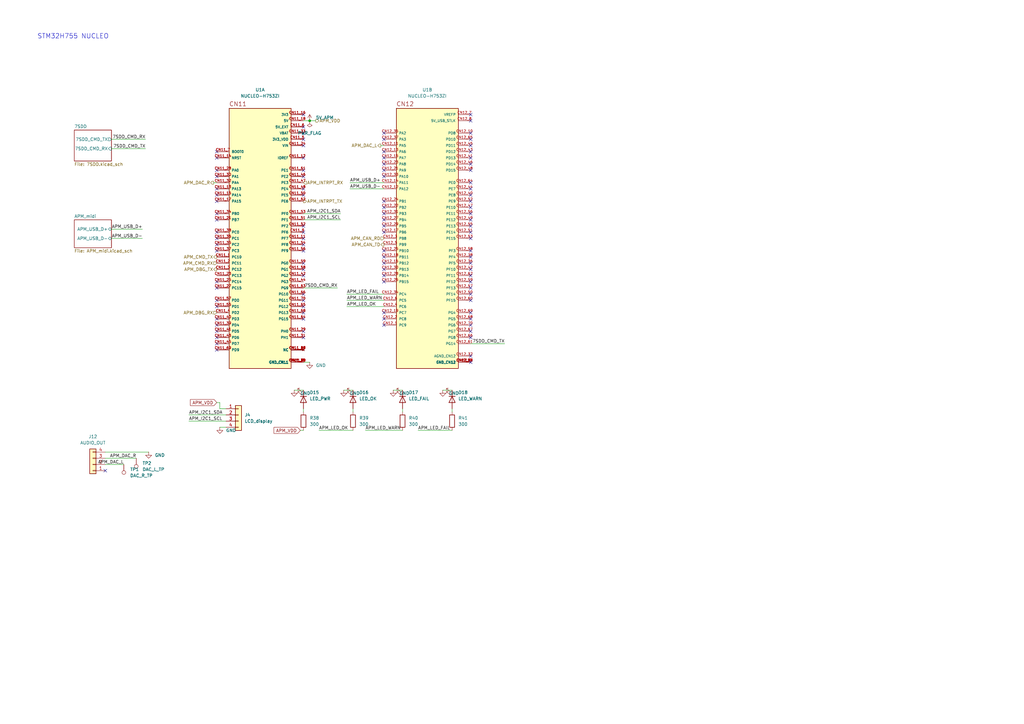
<source format=kicad_sch>
(kicad_sch (version 20250114) (generator "eeschema") (generator_version "9.0")
  (paper "A3")
  (title_block (date "2025-07-21") (rev "2"))
  (lib_symbols
    (symbol "Connector:TestPoint" (pin_numbers (hide yes)) (pin_names (offset 0.762) (hide yes))
      (property "Reference" "TP" (at 0 6.858 0))
      (property "Value" "TestPoint" (at 0 5.08 0))
      (symbol "TestPoint_0_1"
        (circle (center 0 3.302) (radius 0.762))
      )
      (symbol "TestPoint_1_1"
        (pin passive line (at 0 0 90) (length 2.54) (name "1") (number "1"))
      )
    )
    (symbol "Connector_Generic:Conn_01x04" (pin_names (offset 1.016) (hide yes))
      (property "Reference" "J" (at 0 5.08 0))
      (property "Value" "Conn_01x04" (at 0 -7.62 0))
      (symbol "Conn_01x04_1_1"
        (rectangle (start -1.27 3.81) (end 1.27 -6.35) (stroke (width 0.254)) (fill (type background)))
        (rectangle (start -1.27 2.667) (end 0 2.413) (stroke (width 0.1524)))
        (rectangle (start -1.27 0.127) (end 0 -0.127) (stroke (width 0.1524)))
        (rectangle (start -1.27 -2.413) (end 0 -2.667) (stroke (width 0.1524)))
        (rectangle (start -1.27 -4.953) (end 0 -5.207) (stroke (width 0.1524)))
        (pin passive line (at -5.08 2.54 0) (length 3.81) (name "Pin_1") (number "1"))
        (pin passive line (at -5.08 0 0) (length 3.81) (name "Pin_2") (number "2"))
        (pin passive line (at -5.08 -2.54 0) (length 3.81) (name "Pin_3") (number "3"))
        (pin passive line (at -5.08 -5.08 0) (length 3.81) (name "Pin_4") (number "4"))
      )
    )
    (symbol "Device:LED" (pin_numbers (hide yes)) (pin_names (offset 1.016) (hide yes))
      (property "Reference" "D" (at 0 2.54 0))
      (property "Value" "LED" (at 0 -2.54 0))
      (symbol "LED_0_1"
        (polyline (pts (xy -3.048 -0.762) (xy -4.572 -2.286) (xy -3.81 -2.286) (xy -4.572 -2.286) (xy -4.572 -1.524)))
        (polyline (pts (xy -1.778 -0.762) (xy -3.302 -2.286) (xy -2.54 -2.286) (xy -3.302 -2.286) (xy -3.302 -1.524)))
        (polyline (pts (xy -1.27 0) (xy 1.27 0)))
        (polyline (pts (xy -1.27 -1.27) (xy -1.27 1.27)) (stroke (width 0.254)))
        (polyline (pts (xy 1.27 -1.27) (xy 1.27 1.27) (xy -1.27 0) (xy 1.27 -1.27)) (stroke (width 0.254)))
      )
      (symbol "LED_1_1"
        (pin passive line (at -3.81 0 0) (length 2.54) (name "K") (number "1"))
        (pin passive line (at 3.81 0 180) (length 2.54) (name "A") (number "2"))
      )
    )
    (symbol "Device:R" (pin_numbers (hide yes)) (pin_names (offset 0))
      (property "Reference" "R" (at 2.032 0 90))
      (property "Value" "R" (at 0 0 90))
      (symbol "R_0_1"
        (rectangle (start -1.016 -2.54) (end 1.016 2.54) (stroke (width 0.254)))
      )
      (symbol "R_1_1"
        (pin passive line (at 0 3.81 270) (length 1.27) (name "~") (number "1"))
        (pin passive line (at 0 -3.81 90) (length 1.27) (name "~") (number "2"))
      )
    )
    (symbol "NUCLEO-H753ZI:NUCLEO-H753ZI" (pin_names (offset 1.016))
      (property "Reference" "U" (at -12.7 57.15 0))
      (property "Value" "NUCLEO-H753ZI" (at -12.7 -54.61 0))
      (symbol "NUCLEO-H753ZI_1_0"
        (rectangle (start -12.7 -53.34) (end 12.7 53.34) (stroke (width 0.254)) (fill (type background)))
        (text "CN11" (at -12.7 54.102 0) (effects (font (size 1.778 1.778)) (justify left bottom)))
        (pin input line (at -17.78 35.56 0) (length 5.08) (name "BOOT0") (number "CN11_7"))
        (pin input line (at -17.78 33.02 0) (length 5.08) (name "NRST") (number "CN11_14"))
        (pin bidirectional line (at -17.78 27.94 0) (length 5.08) (name "PA0") (number "CN11_28"))
        (pin bidirectional line (at -17.78 25.4 0) (length 5.08) (name "PA1") (number "CN11_30"))
        (pin bidirectional line (at -17.78 22.86 0) (length 5.08) (name "PA4") (number "CN11_32"))
        (pin bidirectional line (at -17.78 20.32 0) (length 5.08) (name "PA13") (number "CN11_13"))
        (pin bidirectional line (at -17.78 17.78 0) (length 5.08) (name "PA14") (number "CN11_15"))
        (pin bidirectional line (at -17.78 15.24 0) (length 5.08) (name "PA15") (number "CN11_17"))
        (pin bidirectional line (at -17.78 10.16 0) (length 5.08) (name "PB0") (number "CN11_34"))
        (pin bidirectional line (at -17.78 7.62 0) (length 5.08) (name "PB7") (number "CN11_21"))
        (pin bidirectional line (at -17.78 2.54 0) (length 5.08) (name "PC0") (number "CN11_38"))
        (pin bidirectional line (at -17.78 0 0) (length 5.08) (name "PC1") (number "CN11_36"))
        (pin bidirectional line (at -17.78 -2.54 0) (length 5.08) (name "PC2") (number "CN11_35"))
        (pin bidirectional line (at -17.78 -5.08 0) (length 5.08) (name "PC3") (number "CN11_37"))
        (pin bidirectional line (at -17.78 -7.62 0) (length 5.08) (name "PC10") (number "CN11_1"))
        (pin bidirectional line (at -17.78 -10.16 0) (length 5.08) (name "PC11") (number "CN11_2"))
        (pin bidirectional line (at -17.78 -12.7 0) (length 5.08) (name "PC12") (number "CN11_3"))
        (pin bidirectional line (at -17.78 -15.24 0) (length 5.08) (name "PC13") (number "CN11_23"))
        (pin bidirectional line (at -17.78 -17.78 0) (length 5.08) (name "PC14") (number "CN11_25"))
        (pin bidirectional line (at -17.78 -20.32 0) (length 5.08) (name "PC15") (number "CN11_27"))
        (pin bidirectional line (at -17.78 -25.4 0) (length 5.08) (name "PD0") (number "CN11_57"))
        (pin bidirectional line (at -17.78 -27.94 0) (length 5.08) (name "PD1") (number "CN11_55"))
        (pin bidirectional line (at -17.78 -30.48 0) (length 5.08) (name "PD2") (number "CN11_4"))
        (pin bidirectional line (at -17.78 -33.02 0) (length 5.08) (name "PD3") (number "CN11_40"))
        (pin bidirectional line (at -17.78 -35.56 0) (length 5.08) (name "PD4") (number "CN11_39"))
        (pin bidirectional line (at -17.78 -38.1 0) (length 5.08) (name "PD5") (number "CN11_41"))
        (pin bidirectional line (at -17.78 -40.64 0) (length 5.08) (name "PD6") (number "CN11_43"))
        (pin bidirectional line (at -17.78 -43.18 0) (length 5.08) (name "PD7") (number "CN11_45"))
        (pin bidirectional line (at -17.78 -45.72 0) (length 5.08) (name "PD9") (number "CN11_69"))
        (pin power_in line (at 17.78 50.8 180) (length 5.08) (name "3V3") (number "CN11_16"))
        (pin power_in line (at 17.78 48.26 180) (length 5.08) (name "5V") (number "CN11_18"))
        (pin power_in line (at 17.78 45.72 180) (length 5.08) (name "5V_EXT") (number "CN11_6"))
        (pin power_in line (at 17.78 43.18 180) (length 5.08) (name "VBAT") (number "CN11_33"))
        (pin power_in line (at 17.78 40.64 180) (length 5.08) (name "3V3_VDD") (number "CN11_5"))
        (pin power_in line (at 17.78 38.1 180) (length 5.08) (name "VIN") (number "CN11_24"))
        (pin bidirectional line (at 17.78 33.02 180) (length 5.08) (name "IOREF") (number "CN11_12"))
        (pin bidirectional line (at 17.78 27.94 180) (length 5.08) (name "PE1") (number "CN11_61"))
        (pin bidirectional line (at 17.78 25.4 180) (length 5.08) (name "PE2") (number "CN11_46"))
        (pin bidirectional line (at 17.78 22.86 180) (length 5.08) (name "PE3") (number "CN11_47"))
        (pin bidirectional line (at 17.78 20.32 180) (length 5.08) (name "PE4") (number "CN11_48"))
        (pin bidirectional line (at 17.78 17.78 180) (length 5.08) (name "PE5") (number "CN11_50"))
        (pin bidirectional line (at 17.78 15.24 180) (length 5.08) (name "PE6") (number "CN11_62"))
        (pin bidirectional line (at 17.78 10.16 180) (length 5.08) (name "PF0") (number "CN11_53"))
        (pin bidirectional line (at 17.78 7.62 180) (length 5.08) (name "PF1") (number "CN11_51"))
        (pin bidirectional line (at 17.78 5.08 180) (length 5.08) (name "PF2") (number "CN11_52"))
        (pin bidirectional line (at 17.78 2.54 180) (length 5.08) (name "PF6") (number "CN11_9"))
        (pin bidirectional line (at 17.78 0 180) (length 5.08) (name "PF7") (number "CN11_11"))
        (pin bidirectional line (at 17.78 -2.54 180) (length 5.08) (name "PF8") (number "CN11_54"))
        (pin bidirectional line (at 17.78 -5.08 180) (length 5.08) (name "PF9") (number "CN11_56"))
        (pin bidirectional line (at 17.78 -10.16 180) (length 5.08) (name "PG0") (number "CN11_59"))
        (pin bidirectional line (at 17.78 -12.7 180) (length 5.08) (name "PG1") (number "CN11_58"))
        (pin bidirectional line (at 17.78 -15.24 180) (length 5.08) (name "PG2") (number "CN11_42"))
        (pin bidirectional line (at 17.78 -17.78 180) (length 5.08) (name "PG3") (number "CN11_44"))
        (pin bidirectional line (at 17.78 -20.32 180) (length 5.08) (name "PG9") (number "CN11_63"))
        (pin bidirectional line (at 17.78 -22.86 180) (length 5.08) (name "PG10") (number "CN11_66"))
        (pin bidirectional line (at 17.78 -25.4 180) (length 5.08) (name "PG11") (number "CN11_70"))
        (pin bidirectional line (at 17.78 -27.94 180) (length 5.08) (name "PG12") (number "CN11_65"))
        (pin bidirectional line (at 17.78 -30.48 180) (length 5.08) (name "PG13") (number "CN11_68"))
        (pin bidirectional line (at 17.78 -33.02 180) (length 5.08) (name "PG15") (number "CN11_64"))
        (pin bidirectional line (at 17.78 -38.1 180) (length 5.08) (name "PH0") (number "CN11_29"))
        (pin bidirectional line (at 17.78 -40.64 180) (length 5.08) (name "PH1") (number "CN11_31"))
        (pin no_connect line (at 17.78 -45.72 180) (length 5.08) (name "NC") (number "CN11_10"))
        (pin no_connect line (at 17.78 -45.72 180) (length 5.08) (name "NC") (number "CN11_26"))
        (pin no_connect line (at 17.78 -45.72 180) (length 5.08) (name "NC") (number "CN11_67"))
        (pin power_in line (at 17.78 -50.8 180) (length 5.08) (name "GND_CN11") (number "CN11_19"))
        (pin power_in line (at 17.78 -50.8 180) (length 5.08) (name "GND_CN11") (number "CN11_20"))
        (pin power_in line (at 17.78 -50.8 180) (length 5.08) (name "GND_CN11") (number "CN11_22"))
        (pin power_in line (at 17.78 -50.8 180) (length 5.08) (name "GND_CN11") (number "CN11_49"))
        (pin power_in line (at 17.78 -50.8 180) (length 5.08) (name "GND_CN11") (number "CN11_60"))
        (pin power_in line (at 17.78 -50.8 180) (length 5.08) (name "GND_CN11") (number "CN11_71"))
        (pin power_in line (at 17.78 -50.8 180) (length 5.08) (name "GND_CN11") (number "CN11_72"))
        (pin power_in line (at 17.78 -50.8 180) (length 5.08) (name "GND_CN11") (number "CN11_8"))
      )
      (symbol "NUCLEO-H753ZI_2_0"
        (rectangle (start -12.7 -53.34) (end 12.7 53.34) (stroke (width 0.254)) (fill (type background)))
        (text "CN12" (at -12.7 54.102 0) (effects (font (size 1.778 1.778)) (justify left bottom)))
        (pin bidirectional line (at -17.78 43.18 0) (length 5.08) (name "PA2") (number "CN12_35"))
        (pin bidirectional line (at -17.78 40.64 0) (length 5.08) (name "PA3") (number "CN12_37"))
        (pin bidirectional line (at -17.78 38.1 0) (length 5.08) (name "PA5") (number "CN12_11"))
        (pin bidirectional line (at -17.78 35.56 0) (length 5.08) (name "PA6") (number "CN12_13"))
        (pin bidirectional line (at -17.78 33.02 0) (length 5.08) (name "PA7") (number "CN12_15"))
        (pin bidirectional line (at -17.78 30.48 0) (length 5.08) (name "PA8") (number "CN12_23"))
        (pin bidirectional line (at -17.78 27.94 0) (length 5.08) (name "PA9") (number "CN12_21"))
        (pin bidirectional line (at -17.78 25.4 0) (length 5.08) (name "PA10") (number "CN12_33"))
        (pin bidirectional line (at -17.78 22.86 0) (length 5.08) (name "PA11") (number "CN12_14"))
        (pin bidirectional line (at -17.78 20.32 0) (length 5.08) (name "PA12") (number "CN12_12"))
        (pin bidirectional line (at -17.78 15.24 0) (length 5.08) (name "PB1") (number "CN12_24"))
        (pin bidirectional line (at -17.78 12.7 0) (length 5.08) (name "PB2") (number "CN12_22"))
        (pin bidirectional line (at -17.78 10.16 0) (length 5.08) (name "PB3") (number "CN12_31"))
        (pin bidirectional line (at -17.78 7.62 0) (length 5.08) (name "PB4") (number "CN12_27"))
        (pin bidirectional line (at -17.78 5.08 0) (length 5.08) (name "PB5") (number "CN12_29"))
        (pin bidirectional line (at -17.78 2.54 0) (length 5.08) (name "PB6") (number "CN12_17"))
        (pin bidirectional line (at -17.78 0 0) (length 5.08) (name "PB8") (number "CN12_3"))
        (pin bidirectional line (at -17.78 -2.54 0) (length 5.08) (name "PB9") (number "CN12_5"))
        (pin bidirectional line (at -17.78 -5.08 0) (length 5.08) (name "PB10") (number "CN12_25"))
        (pin bidirectional line (at -17.78 -7.62 0) (length 5.08) (name "PB11") (number "CN12_18"))
        (pin bidirectional line (at -17.78 -10.16 0) (length 5.08) (name "PB12") (number "CN12_16"))
        (pin bidirectional line (at -17.78 -12.7 0) (length 5.08) (name "PB13") (number "CN12_30"))
        (pin bidirectional line (at -17.78 -15.24 0) (length 5.08) (name "PB14") (number "CN12_28"))
        (pin bidirectional line (at -17.78 -17.78 0) (length 5.08) (name "PB15") (number "CN12_26"))
        (pin bidirectional line (at -17.78 -22.86 0) (length 5.08) (name "PC4") (number "CN12_34"))
        (pin bidirectional line (at -17.78 -25.4 0) (length 5.08) (name "PC5") (number "CN12_6"))
        (pin bidirectional line (at -17.78 -27.94 0) (length 5.08) (name "PC6") (number "CN12_4"))
        (pin bidirectional line (at -17.78 -30.48 0) (length 5.08) (name "PC7") (number "CN12_19"))
        (pin bidirectional line (at -17.78 -33.02 0) (length 5.08) (name "PC8") (number "CN12_2"))
        (pin bidirectional line (at -17.78 -35.56 0) (length 5.08) (name "PC9") (number "CN12_1"))
        (pin power_in line (at 17.78 50.8 180) (length 5.08) (name "VREFP") (number "CN12_7"))
        (pin power_in line (at 17.78 48.26 180) (length 5.08) (name "5V_USB_STLK") (number "CN12_8"))
        (pin bidirectional line (at 17.78 43.18 180) (length 5.08) (name "PD8") (number "CN12_10"))
        (pin bidirectional line (at 17.78 40.64 180) (length 5.08) (name "PD10") (number "CN12_65"))
        (pin bidirectional line (at 17.78 38.1 180) (length 5.08) (name "PD11") (number "CN12_45"))
        (pin bidirectional line (at 17.78 35.56 180) (length 5.08) (name "PD12") (number "CN12_43"))
        (pin bidirectional line (at 17.78 33.02 180) (length 5.08) (name "PD13") (number "CN12_41"))
        (pin bidirectional line (at 17.78 30.48 180) (length 5.08) (name "PD14") (number "CN12_46"))
        (pin bidirectional line (at 17.78 27.94 180) (length 5.08) (name "PD15") (number "CN12_48"))
        (pin bidirectional line (at 17.78 22.86 180) (length 5.08) (name "PE0") (number "CN12_64"))
        (pin bidirectional line (at 17.78 20.32 180) (length 5.08) (name "PE7") (number "CN12_44"))
        (pin bidirectional line (at 17.78 17.78 180) (length 5.08) (name "PE8") (number "CN12_40"))
        (pin bidirectional line (at 17.78 15.24 180) (length 5.08) (name "PE9") (number "CN12_52"))
        (pin bidirectional line (at 17.78 12.7 180) (length 5.08) (name "PE10") (number "CN12_47"))
        (pin bidirectional line (at 17.78 10.16 180) (length 5.08) (name "PE11") (number "CN12_56"))
        (pin bidirectional line (at 17.78 7.62 180) (length 5.08) (name "PE12") (number "CN12_49"))
        (pin bidirectional line (at 17.78 5.08 180) (length 5.08) (name "PE13") (number "CN12_55"))
        (pin bidirectional line (at 17.78 2.54 180) (length 5.08) (name "PE14") (number "CN12_51"))
        (pin bidirectional line (at 17.78 0 180) (length 5.08) (name "PE15") (number "CN12_53"))
        (pin bidirectional line (at 17.78 -5.08 180) (length 5.08) (name "PF3") (number "CN12_58"))
        (pin bidirectional line (at 17.78 -7.62 180) (length 5.08) (name "PF4") (number "CN12_38"))
        (pin bidirectional line (at 17.78 -10.16 180) (length 5.08) (name "PF5") (number "CN12_36"))
        (pin bidirectional line (at 17.78 -12.7 180) (length 5.08) (name "PF10") (number "CN12_42"))
        (pin bidirectional line (at 17.78 -15.24 180) (length 5.08) (name "PF11") (number "CN12_62"))
        (pin bidirectional line (at 17.78 -17.78 180) (length 5.08) (name "PF12") (number "CN12_59"))
        (pin bidirectional line (at 17.78 -20.32 180) (length 5.08) (name "PF13") (number "CN12_57"))
        (pin bidirectional line (at 17.78 -22.86 180) (length 5.08) (name "PF14") (number "CN12_50"))
        (pin bidirectional line (at 17.78 -25.4 180) (length 5.08) (name "PF15") (number "CN12_60"))
        (pin bidirectional line (at 17.78 -30.48 180) (length 5.08) (name "PG4") (number "CN12_69"))
        (pin bidirectional line (at 17.78 -33.02 180) (length 5.08) (name "PG5") (number "CN12_68"))
        (pin bidirectional line (at 17.78 -35.56 180) (length 5.08) (name "PG6") (number "CN12_70"))
        (pin bidirectional line (at 17.78 -38.1 180) (length 5.08) (name "PG7") (number "CN12_67"))
        (pin bidirectional line (at 17.78 -40.64 180) (length 5.08) (name "PG8") (number "CN12_66"))
        (pin bidirectional line (at 17.78 -43.18 180) (length 5.08) (name "PG14") (number "CN12_61"))
        (pin power_in line (at 17.78 -48.26 180) (length 5.08) (name "AGND_CN12") (number "CN12_32"))
        (pin power_in line (at 17.78 -50.8 180) (length 5.08) (name "GND_CN12") (number "CN12_20"))
        (pin power_in line (at 17.78 -50.8 180) (length 5.08) (name "GND_CN12") (number "CN12_39"))
        (pin power_in line (at 17.78 -50.8 180) (length 5.08) (name "GND_CN12") (number "CN12_54"))
        (pin power_in line (at 17.78 -50.8 180) (length 5.08) (name "GND_CN12") (number "CN12_63"))
        (pin power_in line (at 17.78 -50.8 180) (length 5.08) (name "GND_CN12") (number "CN12_71"))
        (pin power_in line (at 17.78 -50.8 180) (length 5.08) (name "GND_CN12") (number "CN12_72"))
        (pin power_in line (at 17.78 -50.8 180) (length 5.08) (name "GND_CN12") (number "CN12_9"))
      )
      (symbol "NUCLEO-H753ZI_3_0"
        (rectangle (start -27.94 -20.32) (end 27.94 20.32) (stroke (width 0.254)) (fill (type background)))
        (text "CN8" (at -27.94 21.082 0) (effects (font (size 1.778 1.778)) (justify left bottom)))
        (pin input line (at -33.02 7.62 0) (length 5.08) (name "NRST_CN8") (number "CN8_5"))
        (pin bidirectional line (at -33.02 2.54 0) (length 5.08) (name "D43/SDMMC_D0") (number "CN8_2"))
        (pin bidirectional line (at -33.02 0 0) (length 5.08) (name "D44/SDMMC_D1/I2S_A_CKIN") (number "CN8_4"))
        (pin bidirectional line (at -33.02 -2.54 0) (length 5.08) (name "D45/SDMMC_D2") (number "CN8_6"))
        (pin bidirectional line (at -33.02 -5.08 0) (length 5.08) (name "D46/SDMMC_D3") (number "CN8_8"))
        (pin bidirectional line (at -33.02 -7.62 0) (length 5.08) (name "D47/SDMMC_CK") (number "CN8_10"))
        (pin bidirectional line (at -33.02 -10.16 0) (length 5.08) (name "D48/SDMMC_CMD") (number "CN8_12"))
        (pin no_connect line (at -33.02 -15.24 0) (length 5.08) (name "NC_CN8") (number "CN8_1"))
        (pin power_in line (at 33.02 17.78 180) (length 5.08) (name "VIN_CN8") (number "CN8_15"))
        (pin power_in line (at 33.02 15.24 180) (length 5.08) (name "5V_CN8") (number "CN8_9"))
        (pin power_in line (at 33.02 12.7 180) (length 5.08) (name "3V3_CN8") (number "CN8_7"))
        (pin bidirectional line (at 33.02 7.62 180) (length 5.08) (name "IOREF_CN8") (number "CN8_3"))
        (pin bidirectional line (at 33.02 0 180) (length 5.08) (name "D50/IO") (number "CN8_16"))
        (pin bidirectional line (at 33.02 -2.54 180) (length 5.08) (name "D49/IO") (number "CN8_14"))
        (pin power_in line (at 33.02 -17.78 180) (length 5.08) (name "GND_CN8") (number "CN8_11"))
        (pin power_in line (at 33.02 -17.78 180) (length 5.08) (name "GND_CN8") (number "CN8_13"))
      )
      (symbol "NUCLEO-H753ZI_4_0"
        (rectangle (start -27.94 -25.4) (end 27.94 25.4) (stroke (width 0.254)) (fill (type background)))
        (text "CN9" (at -27.94 26.162 0) (effects (font (size 1.778 1.778)) (justify left bottom)))
        (pin input line (at -33.02 22.86 0) (length 5.08) (name "A0/ADC12_INP15") (number "CN9_1"))
        (pin input line (at -33.02 20.32 0) (length 5.08) (name "A1/ADC123_INP10") (number "CN9_3"))
        (pin input line (at -33.02 17.78 0) (length 5.08) (name "A2/ADC12_INP13") (number "CN9_5"))
        (pin input line (at -33.02 15.24 0) (length 5.08) (name "A3/ADC12_INP5") (number "CN9_7"))
        (pin input line (at -33.02 12.7 0) (length 5.08) (name "A4/ADC123_INP12/I2C1_SDA") (number "CN9_9"))
        (pin input line (at -33.02 10.16 0) (length 5.08) (name "A5/ADC3_INP6/I2C1_SCL") (number "CN9_11"))
        (pin bidirectional line (at -33.02 5.08 0) (length 5.08) (name "D51/USART_B_SCLK") (number "CN9_2"))
        (pin bidirectional line (at -33.02 2.54 0) (length 5.08) (name "D52/USART_B_RX") (number "CN9_4"))
        (pin bidirectional line (at -33.02 0 0) (length 5.08) (name "D53/USART_B_TX") (number "CN9_6"))
        (pin bidirectional line (at -33.02 -2.54 0) (length 5.08) (name "D54/USART_B_RTS") (number "CN9_8"))
        (pin bidirectional line (at -33.02 -5.08 0) (length 5.08) (name "D55/USART_B_CTS") (number "CN9_10"))
        (pin bidirectional line (at -33.02 -10.16 0) (length 5.08) (name "D56/SAI_A_MCLK") (number "CN9_14"))
        (pin bidirectional line (at -33.02 -12.7 0) (length 5.08) (name "D57/SAI_A_FS") (number "CN9_16"))
        (pin bidirectional line (at -33.02 -15.24 0) (length 5.08) (name "D58/SAI_A_SCK") (number "CN9_18"))
        (pin bidirectional line (at -33.02 -17.78 0) (length 5.08) (name "D59/SAI_A_SD") (number "CN9_20"))
        (pin bidirectional line (at 33.02 22.86 180) (length 5.08) (name "D68/I2C_B_SDA") (number "CN9_21"))
        (pin bidirectional line (at 33.02 20.32 180) (length 5.08) (name "D69/I2C_B_SCL") (number "CN9_19"))
        (pin bidirectional line (at 33.02 17.78 180) (length 5.08) (name "D70/I2C_B_SMBA") (number "CN9_17"))
        (pin output line (at 33.02 12.7 180) (length 5.08) (name "D66/CAN_TX") (number "CN9_27"))
        (pin input line (at 33.02 10.16 180) (length 5.08) (name "D67/CAN_RX") (number "CN9_25"))
        (pin bidirectional line (at 33.02 5.08 180) (length 5.08) (name "D64/IO") (number "CN9_30"))
        (pin bidirectional line (at 33.02 2.54 180) (length 5.08) (name "D65/IO") (number "CN9_29"))
        (pin bidirectional line (at 33.02 -2.54 180) (length 5.08) (name "D71/COMP2_INP") (number "CN9_15"))
        (pin bidirectional line (at 33.02 -5.08 180) (length 5.08) (name "D72/COMP1_INP") (number "CN9_13"))
        (pin bidirectional line (at 33.02 -10.16 180) (length 5.08) (name "D62/SAI_B_MCLK") (number "CN9_26"))
        (pin bidirectional line (at 33.02 -12.7 180) (length 5.08) (name "D63/SAI_B_FS") (number "CN9_28"))
        (pin bidirectional line (at 33.02 -15.24 180) (length 5.08) (name "D61/SAI_B_SCK") (number "CN9_24"))
        (pin bidirectional line (at 33.02 -17.78 180) (length 5.08) (name "D60/SAI_B_SD") (number "CN9_22"))
        (pin power_in line (at 33.02 -22.86 180) (length 5.08) (name "GND_CN9") (number "CN9_12"))
        (pin power_in line (at 33.02 -22.86 180) (length 5.08) (name "GND_CN9") (number "CN9_23"))
      )
      (symbol "NUCLEO-H753ZI_5_0"
        (rectangle (start -33.02 -20.32) (end 33.02 20.32) (stroke (width 0.254)) (fill (type background)))
        (text "CN7" (at -33.02 21.082 0) (effects (font (size 1.778 1.778)) (justify left bottom)))
        (pin bidirectional line (at -38.1 12.7 0) (length 5.08) (name "D8/IO") (number "CN7_20"))
        (pin bidirectional line (at -38.1 10.16 0) (length 5.08) (name "D9/TIMER_B_PWM2") (number "CN7_18"))
        (pin bidirectional line (at -38.1 2.54 0) (length 5.08) (name "D10/SPI_A_CS/TIM_B_PWM3") (number "CN7_16"))
        (pin bidirectional line (at -38.1 0 0) (length 5.08) (name "D11/SPI_A_MOSI/TIM_E_PWM1") (number "CN7_14"))
        (pin bidirectional line (at -38.1 -2.54 0) (length 5.08) (name "D12/SPI_A_MISO") (number "CN7_12"))
        (pin bidirectional line (at -38.1 -5.08 0) (length 5.08) (name "D13/SPI_A_SCK") (number "CN7_10"))
        (pin bidirectional line (at -38.1 -7.62 0) (length 5.08) (name "D14/I2C_A_SDA") (number "CN7_4"))
        (pin bidirectional line (at -38.1 -10.16 0) (length 5.08) (name "D15/I2C_A_SCL") (number "CN7_2"))
        (pin bidirectional line (at -38.1 -12.7 0) (length 5.08) (name "D16/I2S_A_MCK") (number "CN7_1"))
        (pin power_in line (at 38.1 17.78 180) (length 5.08) (name "VREFP_CN7") (number "CN7_6"))
        (pin bidirectional line (at 38.1 12.7 180) (length 5.08) (name "D25/SPI_B_MISO") (number "CN7_19"))
        (pin bidirectional line (at 38.1 10.16 180) (length 5.08) (name "D24/SPI_B_NSS") (number "CN7_17"))
        (pin bidirectional line (at 38.1 7.62 180) (length 5.08) (name "D23/I2S_B_CK/SPI_B_SCK") (number "CN7_15"))
        (pin bidirectional line (at 38.1 5.08 180) (length 5.08) (name "D22/I2S_B_SD/SPI_B_MOSI") (number "CN7_13"))
        (pin bidirectional line (at 38.1 0 180) (length 5.08) (name "D21/I2S_B_MCK") (number "CN7_11"))
        (pin bidirectional line (at 38.1 -2.54 180) (length 5.08) (name "D20/I2S_B_WS") (number "CN7_9"))
        (pin bidirectional line (at 38.1 -7.62 180) (length 5.08) (name "D19/I2S_A_WS") (number "CN7_7"))
        (pin bidirectional line (at 38.1 -10.16 180) (length 5.08) (name "D18/I2S_A_CK") (number "CN7_5"))
        (pin bidirectional line (at 38.1 -12.7 180) (length 5.08) (name "D17/I2S_A_SD") (number "CN7_3"))
        (pin power_in line (at 38.1 -17.78 180) (length 5.08) (name "GND_CN7") (number "CN7_8"))
      )
      (symbol "NUCLEO-H753ZI_6_0"
        (rectangle (start -27.94 -30.48) (end 27.94 30.48) (stroke (width 0.254)) (fill (type background)))
        (text "CN10" (at -27.94 31.242 0) (effects (font (size 1.778 1.778)) (justify left bottom)))
        (pin input line (at -33.02 22.86 0) (length 5.08) (name "A6/ADC_A_IN") (number "CN10_7"))
        (pin input line (at -33.02 20.32 0) (length 5.08) (name "A7/ADC_B_IN") (number "CN10_9"))
        (pin input line (at -33.02 17.78 0) (length 5.08) (name "A8/ADC_C_IN") (number "CN10_11"))
        (pin input line (at -33.02 12.7 0) (length 5.08) (name "D0/USART_A_RX") (number "CN10_16"))
        (pin output line (at -33.02 10.16 0) (length 5.08) (name "D1/USART_A_TX") (number "CN10_14"))
        (pin bidirectional line (at -33.02 5.08 0) (length 5.08) (name "D6/TIMER_A_PWM1") (number "CN10_4"))
        (pin bidirectional line (at -33.02 2.54 0) (length 5.08) (name "D5/TIMER_A_PWM2") (number "CN10_6"))
        (pin bidirectional line (at -33.02 0 0) (length 5.08) (name "D3/TIMER_A_PWM3") (number "CN10_10"))
        (pin bidirectional line (at -33.02 -5.08 0) (length 5.08) (name "D37/TIMER_A_BKIN1") (number "CN10_30"))
        (pin bidirectional line (at -33.02 -7.62 0) (length 5.08) (name "D38/TIMER_A_BKIN2") (number "CN10_28"))
        (pin bidirectional line (at -33.02 -10.16 0) (length 5.08) (name "D39/TIMER_A_PWM3N") (number "CN10_26"))
        (pin bidirectional line (at -33.02 -12.7 0) (length 5.08) (name "D40/TIMER_A_PWM2N") (number "CN10_24"))
        (pin bidirectional line (at -33.02 -15.24 0) (length 5.08) (name "D41/TIMER_A_ETR") (number "CN10_20"))
        (pin bidirectional line (at -33.02 -17.78 0) (length 5.08) (name "D42/TIMER_A_PWM1N") (number "CN10_18"))
        (pin power_in line (at 33.02 27.94 180) (length 5.08) (name "AVDD") (number "CN10_1"))
        (pin bidirectional line (at 33.02 22.86 180) (length 5.08) (name "D34/TIMER_B_ETR") (number "CN10_33"))
        (pin bidirectional line (at 33.02 17.78 180) (length 5.08) (name "D32/TIMER_C_PWM1") (number "CN10_29"))
        (pin bidirectional line (at 33.02 15.24 180) (length 5.08) (name "D36/TIMER_C_PWM2") (number "CN10_32"))
        (pin bidirectional line (at 33.02 12.7 180) (length 5.08) (name "D35/TIMER_C_PWM3") (number "CN10_34"))
        (pin bidirectional line (at 33.02 7.62 180) (length 5.08) (name "D33/TIMER_D_PWM1") (number "CN10_31"))
        (pin bidirectional line (at 33.02 2.54 180) (length 5.08) (name "D2/IO") (number "CN10_12"))
        (pin bidirectional line (at 33.02 0 180) (length 5.08) (name "D4/IO") (number "CN10_8"))
        (pin bidirectional line (at 33.02 -2.54 180) (length 5.08) (name "D7/IO") (number "CN10_2"))
        (pin bidirectional line (at 33.02 -7.62 180) (length 5.08) (name "D26/QSPI_CS") (number "CN10_13"))
        (pin bidirectional line (at 33.02 -10.16 180) (length 5.08) (name "D27/QSPI_CLK") (number "CN10_15"))
        (pin bidirectional line (at 33.02 -12.7 180) (length 5.08) (name "D30/QSPI_BK1_IO0") (number "CN10_23"))
        (pin bidirectional line (at 33.02 -15.24 180) (length 5.08) (name "D29/QSPI_BK1_IO1") (number "CN10_21"))
        (pin bidirectional line (at 33.02 -17.78 180) (length 5.08) (name "D31/QSPI_BK1_IO2") (number "CN10_25"))
        (pin bidirectional line (at 33.02 -20.32 180) (length 5.08) (name "D28/QSPI_BK1_IO3") (number "CN10_19"))
        (pin power_in line (at 33.02 -25.4 180) (length 5.08) (name "AGND_CN10") (number "CN10_3"))
        (pin power_in line (at 33.02 -27.94 180) (length 5.08) (name "GND_CN10") (number "CN10_17"))
        (pin power_in line (at 33.02 -27.94 180) (length 5.08) (name "GND_CN10") (number "CN10_22"))
        (pin power_in line (at 33.02 -27.94 180) (length 5.08) (name "GND_CN10") (number "CN10_27"))
        (pin power_in line (at 33.02 -27.94 180) (length 5.08) (name "GND_CN10") (number "CN10_5"))
      )
    )
    (symbol "power:+5V" (power) (pin_numbers (hide yes)) (pin_names (offset 0) (hide yes))
      (property "Value" "+5V" (at 0 3.556 0))
      (symbol "+5V_0_1"
        (polyline (pts (xy -0.762 1.27) (xy 0 2.54)))
        (polyline (pts (xy 0 2.54) (xy 0.762 1.27)))
        (polyline (pts (xy 0 0) (xy 0 2.54)))
      )
      (symbol "+5V_1_1"
        (pin power_in line (at 0 0 90) (length 0) (name "~") (number "1"))
      )
    )
    (symbol "power:GND" (power) (pin_numbers (hide yes)) (pin_names (offset 0) (hide yes))
      (property "Value" "GND" (at 0 -3.81 0))
      (symbol "GND_0_1"
        (polyline (pts (xy 0 0) (xy 0 -1.27) (xy 1.27 -1.27) (xy 0 -2.54) (xy -1.27 -1.27) (xy 0 -1.27)))
      )
      (symbol "GND_1_1"
        (pin power_in line (at 0 0 270) (length 0) (name "~") (number "1"))
      )
    )
    (symbol "power:PWR_FLAG" (power) (pin_numbers (hide yes)) (pin_names (offset 0) (hide yes))
      (property "Value" "PWR_FLAG" (at 0 3.81 0))
      (symbol "PWR_FLAG_0_0"
        (pin power_out line (at 0 0 90) (length 0) (name "~") (number "1"))
      )
      (symbol "PWR_FLAG_0_1"
        (polyline (pts (xy 0 0) (xy 0 1.27) (xy -1.016 1.905) (xy 0 2.54) (xy 1.016 1.905) (xy 0 1.27)))
      )
    )
  )
  (text "STM32H755 NUCLEO" (at 29.972 14.986 0) (effects (font (size 1.905 1.905))))
  (junction (at 127 49.53))
  (no_connect (at 124.46 135.89))
  (no_connect (at 88.9 62.23))
  (no_connect (at 157.48 92.71))
  (no_connect (at 157.48 64.77))
  (no_connect (at 88.9 125.73))
  (no_connect (at 193.04 85.09))
  (no_connect (at 193.04 46.99))
  (no_connect (at 193.04 146.05))
  (no_connect (at 124.46 59.69))
  (no_connect (at 193.04 110.49))
  (no_connect (at 124.46 64.77))
  (no_connect (at 88.9 133.35))
  (no_connect (at 88.9 140.97))
  (no_connect (at 193.04 87.63))
  (no_connect (at 124.46 80.01))
  (no_connect (at 157.48 128.27))
  (no_connect (at 88.9 135.89))
  (no_connect (at 124.46 125.73))
  (no_connect (at 157.48 133.35))
  (no_connect (at 124.46 138.43))
  (no_connect (at 193.04 57.15))
  (no_connect (at 124.46 57.15))
  (no_connect (at 193.04 74.93))
  (no_connect (at 193.04 107.95))
  (no_connect (at 193.04 133.35))
  (no_connect (at 193.04 138.43))
  (no_connect (at 157.48 90.17))
  (no_connect (at 124.46 102.87))
  (no_connect (at 124.46 120.65))
  (no_connect (at 88.9 87.63))
  (no_connect (at 124.46 128.27))
  (no_connect (at 157.48 82.55))
  (no_connect (at 193.04 62.23))
  (no_connect (at 193.04 95.25))
  (no_connect (at 193.04 82.55))
  (no_connect (at 88.9 69.85))
  (no_connect (at 193.04 49.53))
  (no_connect (at 193.04 54.61))
  (no_connect (at 157.48 110.49))
  (no_connect (at 193.04 123.19))
  (no_connect (at 193.04 113.03))
  (no_connect (at 193.04 59.69))
  (no_connect (at 157.48 67.31))
  (no_connect (at 157.48 69.85))
  (no_connect (at 193.04 130.81))
  (no_connect (at 124.46 113.03))
  (no_connect (at 157.48 115.57))
  (no_connect (at 193.04 120.65))
  (no_connect (at 124.46 110.49))
  (no_connect (at 88.9 118.11))
  (no_connect (at 124.46 107.95))
  (no_connect (at 124.46 100.33))
  (no_connect (at 157.48 62.23))
  (no_connect (at 124.46 52.07))
  (no_connect (at 193.04 64.77))
  (no_connect (at 157.48 87.63))
  (no_connect (at 88.9 138.43))
  (no_connect (at 88.9 77.47))
  (no_connect (at 193.04 128.27))
  (no_connect (at 193.04 102.87))
  (no_connect (at 193.04 115.57))
  (no_connect (at 88.9 100.33))
  (no_connect (at 88.9 97.79))
  (no_connect (at 157.48 85.09))
  (no_connect (at 88.9 82.55))
  (no_connect (at 193.04 148.59))
  (no_connect (at 124.46 72.39))
  (no_connect (at 124.46 46.99))
  (no_connect (at 157.48 102.87))
  (no_connect (at 88.9 72.39))
  (no_connect (at 88.9 115.57))
  (no_connect (at 88.9 130.81))
  (no_connect (at 193.04 92.71))
  (no_connect (at 124.46 92.71))
  (no_connect (at 157.48 105.41))
  (no_connect (at 193.04 97.79))
  (no_connect (at 193.04 77.47))
  (no_connect (at 157.48 72.39))
  (no_connect (at 157.48 113.03))
  (no_connect (at 193.04 118.11))
  (no_connect (at 157.48 107.95))
  (no_connect (at 88.9 64.77))
  (no_connect (at 193.04 105.41))
  (no_connect (at 124.46 123.19))
  (no_connect (at 124.46 130.81))
  (no_connect (at 124.46 54.61))
  (no_connect (at 157.48 54.61))
  (no_connect (at 88.9 123.19))
  (no_connect (at 193.04 80.01))
  (no_connect (at 124.46 69.85))
  (no_connect (at 157.48 95.25))
  (no_connect (at 193.04 67.31))
  (no_connect (at 88.9 90.17))
  (no_connect (at 193.04 135.89))
  (no_connect (at 43.18 193.04))
  (no_connect (at 124.46 95.25))
  (no_connect (at 88.9 95.25))
  (no_connect (at 88.9 80.01))
  (no_connect (at 157.48 130.81))
  (no_connect (at 124.46 77.47))
  (no_connect (at 124.46 97.79))
  (no_connect (at 193.04 69.85))
  (no_connect (at 157.48 57.15))
  (no_connect (at 193.04 90.17))
  (no_connect (at 88.9 102.87))
  (no_connect (at 88.9 143.51))
  (wire (pts (xy 45.72 97.79) (xy 58.42 97.79)))
  (wire (pts (xy 161.29 160.02) (xy 165.1 160.02)))
  (wire (pts (xy 90.17 175.26) (xy 92.71 175.26)))
  (wire (pts (xy 165.1 167.64) (xy 165.1 168.91)))
  (wire (pts (xy 90.17 165.1) (xy 90.17 167.64)))
  (wire (pts (xy 77.47 172.72) (xy 92.71 172.72)))
  (wire (pts (xy 127 49.53) (xy 129.54 49.53)))
  (wire (pts (xy 45.72 57.15) (xy 59.69 57.15)))
  (wire (pts (xy 144.78 167.64) (xy 144.78 168.91)))
  (wire (pts (xy 77.47 170.18) (xy 92.71 170.18)))
  (wire (pts (xy 139.7 87.63) (xy 124.46 87.63)))
  (wire (pts (xy 45.72 60.96) (xy 59.69 60.96)))
  (wire (pts (xy 124.46 148.59) (xy 127 148.59)))
  (wire (pts (xy 171.45 176.53) (xy 185.42 176.53)))
  (wire (pts (xy 139.7 90.17) (xy 124.46 90.17)))
  (wire (pts (xy 185.42 167.64) (xy 185.42 168.91)))
  (wire (pts (xy 149.86 176.53) (xy 165.1 176.53)))
  (wire (pts (xy 130.81 176.53) (xy 144.78 176.53)))
  (wire (pts (xy 120.65 160.02) (xy 124.46 160.02)))
  (wire (pts (xy 142.24 125.73) (xy 157.48 125.73)))
  (wire (pts (xy 193.04 140.97) (xy 207.01 140.97)))
  (wire (pts (xy 50.8 190.5) (xy 43.18 190.5)))
  (wire (pts (xy 124.46 118.11) (xy 138.43 118.11)))
  (wire (pts (xy 142.24 120.65) (xy 157.48 120.65)))
  (wire (pts (xy 156.21 59.69) (xy 157.48 59.69)))
  (wire (pts (xy 88.9 165.1) (xy 90.17 165.1)))
  (wire (pts (xy 55.88 187.96) (xy 43.18 187.96)))
  (wire (pts (xy 124.46 49.53) (xy 127 49.53)))
  (wire (pts (xy 87.63 74.93) (xy 88.9 74.93)))
  (wire (pts (xy 90.17 167.64) (xy 92.71 167.64)))
  (wire (pts (xy 124.46 167.64) (xy 124.46 168.91)))
  (wire (pts (xy 142.24 123.19) (xy 157.48 123.19)))
  (wire (pts (xy 181.61 160.02) (xy 185.42 160.02)))
  (wire (pts (xy 143.51 77.47) (xy 157.48 77.47)))
  (wire (pts (xy 45.72 93.98) (xy 58.42 93.98)))
  (wire (pts (xy 43.18 185.42) (xy 60.96 185.42)))
  (wire (pts (xy 143.51 74.93) (xy 157.48 74.93)))
  (wire (pts (xy 140.97 160.02) (xy 144.78 160.02)))
  (wire (pts (xy 123.19 176.53) (xy 124.46 176.53)))
  (label "APM_USB_D+" (at 58.42 93.98 180))
  (label "7SDD_CMD_RX" (at 59.69 57.15 180))
  (label "APM_USB_D-" (at 143.51 77.47 0))
  (label "APM_LED_WARN" (at 149.86 176.53 0))
  (label "APM_USB_D+" (at 143.51 74.93 0))
  (label "7SDD_CMD_TX" (at 59.69 60.96 180))
  (label "7SDD_CMD_TX" (at 207.01 140.97 180))
  (label "APM_LED_OK" (at 130.81 176.53 0))
  (label "APM_LED_WARN" (at 142.24 123.19 0))
  (label "APM_I2C1_SDA" (at 139.7 87.63 180))
  (label "APM_I2C1_SCL" (at 77.47 172.72 0))
  (label "APM_I2C1_SDA" (at 77.47 170.18 0))
  (label "APM_DAC_L" (at 50.8 190.5 180))
  (label "APM_LED_FAIL" (at 171.45 176.53 0))
  (label "APM_LED_FAIL" (at 142.24 120.65 0))
  (label "APM_LED_OK" (at 142.24 125.73 0))
  (label "APM_I2C1_SCL" (at 139.7 90.17 180))
  (label "APM_USB_D-" (at 58.42 97.79 180))
  (label "APM_DAC_R" (at 55.88 187.96 180))
  (label "7SDD_CMD_RX" (at 138.43 118.11 180))
  (global_label "APM_VDD" (shape input) (at 123.19 176.53 180) (property "Intersheetrefs" "${INTERSHEET_REFS}" (effects (hide yes))))
  (global_label "APM_VDD" (shape input) (at 88.9 165.1 180) (property "Intersheetrefs" "${INTERSHEET_REFS}" (effects (hide yes))))
  (hierarchical_label "APM_DBG_TX" (shape output) (at 88.9 110.49 180))
  (hierarchical_label "APM_CMD_RX" (shape input) (at 88.9 107.95 180))
  (hierarchical_label "APM_INTRPT_RX" (shape input) (at 124.46 74.93 0))
  (hierarchical_label "APM_DAC_L" (shape output) (at 156.21 59.69 180))
  (hierarchical_label "APM_DBG_RX" (shape input) (at 88.9 128.27 180))
  (hierarchical_label "APM_CMD_TX" (shape output) (at 88.9 105.41 180))
  (hierarchical_label "APM_CAN_TD" (shape output) (at 157.48 100.33 180))
  (hierarchical_label "APM_DAC_R" (shape output) (at 87.63 74.93 180))
  (hierarchical_label "APM_VDD" (shape output) (at 129.54 49.53 0))
  (hierarchical_label "APM_INTRPT_TX" (shape output) (at 124.46 82.55 0))
  (hierarchical_label "APM_CAN_RD" (shape input) (at 157.48 97.79 180))
  (symbol (lib_id "power:GND") (at 60.96 185.42 0) (unit 1)
    (property "Reference" "#PWR045" (effects (hide yes)))
    (property "Value" "GND" (at 63.5 186.6899 0) (effects (justify left)))
    (property "Description" "Power symbol creates a global label with name \"GND\" , ground" (effects (hide yes)))
  )
  (symbol (lib_id "Device:R") (at 185.42 172.72 0) (unit 1)
    (property "Reference" "R41" (at 187.96 171.4499 0) (effects (justify left)))
    (property "Value" "300" (at 187.96 173.9899 0) (effects (justify left)))
    (property "Footprint" "Resistor_SMD:R_0805_2012Metric_Pad1.20x1.40mm_HandSolder" (effects (hide yes)))
    (property "Description" "Resistor" (effects (hide yes)))
    (property "DigiKey_Part_Number" "311-10.0KCRCT-ND" (effects (hide yes)))
    (property "Price" "0.0129" (effects (hide yes)))
  )
  (symbol (lib_id "Connector:TestPoint") (at 55.88 187.96 180) (unit 1)
    (property "Reference" "TP2" (at 58.42 189.9919 0) (effects (justify right)))
    (property "Value" "DAC_L_TP" (at 58.42 192.5319 0) (effects (justify right)))
    (property "Footprint" "TestPoint:TestPoint_THTPad_D2.5mm_Drill1.2mm" (effects (hide yes)))
    (property "Description" "test point" (effects (hide yes)))
  )
  (symbol (lib_id "power:GND") (at 140.97 160.02 0) (unit 1)
    (property "Reference" "#PWR093" (effects (hide yes)))
    (property "Value" "GND" (at 143.51 161.2899 0) (effects (justify left)))
    (property "Description" "Power symbol creates a global label with name \"GND\" , ground" (effects (hide yes)))
  )
  (symbol (lib_id "Device:LED") (at 124.46 163.83 270) (unit 1)
    (property "Reference" "D15" (at 127 160.9724 90) (effects (justify left)))
    (property "Value" "LED_PWR" (at 127 163.5124 90) (effects (justify left)))
    (property "Footprint" "LED_SMD:LED_0603_1608Metric" (effects (hide yes)))
    (property "Description" "Light emitting diode" (effects (hide yes)))
    (property "Sim.Pins" "1=K 2=A" (effects (hide yes)))
  )
  (symbol (lib_id "Connector_Generic:Conn_01x04") (at 38.1 190.5 180) (unit 1)
    (property "Reference" "J12" (at 38.1 179.07 0))
    (property "Value" "AUDIO_OUT" (at 38.1 181.61 0))
    (property "Footprint" "Connector:NS-Tech_Grove_1x04_P2mm_Vertical" (effects (hide yes)))
    (property "Description" "Generic connector, single row, 01x04, script generated (kicad-library-utils/schlib/autogen/connector/)" (effects (hide yes)))
  )
  (symbol (lib_id "Connector_Generic:Conn_01x04") (at 97.79 170.18 0) (unit 1)
    (property "Reference" "J4" (at 100.33 170.1799 0) (effects (justify left)))
    (property "Value" "LCD_display" (at 100.33 172.7199 0) (effects (justify left)))
    (property "Footprint" "Connector_PinHeader_1.00mm:PinHeader_1x04_P1.00mm_Horizontal" (effects (hide yes)))
    (property "Description" "Generic connector, single row, 01x04, script generated (kicad-library-utils/schlib/autogen/connector/)" (effects (hide yes)))
  )
  (symbol (lib_id "power:GND") (at 161.29 160.02 0) (unit 1)
    (property "Reference" "#PWR094" (effects (hide yes)))
    (property "Value" "GND" (at 163.83 161.2899 0) (effects (justify left)))
    (property "Description" "Power symbol creates a global label with name \"GND\" , ground" (effects (hide yes)))
  )
  (symbol (lib_id "power:GND") (at 120.65 160.02 0) (unit 1)
    (property "Reference" "#PWR092" (effects (hide yes)))
    (property "Value" "GND" (at 123.19 161.2899 0) (effects (justify left)))
    (property "Description" "Power symbol creates a global label with name \"GND\" , ground" (effects (hide yes)))
  )
  (symbol (lib_id "power:GND") (at 181.61 160.02 0) (unit 1)
    (property "Reference" "#PWR095" (effects (hide yes)))
    (property "Value" "GND" (at 184.15 161.2899 0) (effects (justify left)))
    (property "Description" "Power symbol creates a global label with name \"GND\" , ground" (effects (hide yes)))
  )
  (symbol (lib_id "power:+5V") (at 127 49.53 0) (unit 1)
    (property "Reference" "#PWR0100" (effects (hide yes)))
    (property "Value" "5V_APM" (at 129.54 48.2599 0) (effects (justify left)))
    (property "Description" "Power symbol creates a global label with name \"+5V\"" (effects (hide yes)))
  )
  (symbol (lib_id "NUCLEO-H753ZI:NUCLEO-H753ZI") (at 106.68 97.79 0) (unit 1)
    (property "Reference" "U1" (at 106.68 36.83 0))
    (property "Value" "NUCLEO-H753ZI" (at 106.68 39.37 0))
    (property "Footprint" "NUCLEO-H753ZI:MODULE_NUCLEO-H753ZI" (effects (hide yes)))
    (property "MF" "STMicroelectronics" (effects (hide yes)))
    (property "Description_1" "STM32H753ZI Nucleo-144 STM32H7 ARM® Cortex®-M7 MCU 32-Bit Embedded Evaluation Board" (effects (hide yes)))
    (property "Package" "None" (effects (hide yes)))
    (property "Price" "None" (effects (hide yes)))
    (property "Check_prices" "https://www.snapeda.com/parts/NUCLEO-H753ZI/STMicroelectronics/view-part/?ref=eda" (effects (hide yes)))
    (property "STANDARD" "Manufacturer Recommendations" (effects (hide yes)))
    (property "PARTREV" "Rev. 2" (effects (hide yes)))
    (property "SnapEDA_Link" "https://www.snapeda.com/parts/NUCLEO-H753ZI/STMicroelectronics/view-part/?ref=snap" (effects (hide yes)))
    (property "MP" "NUCLEO-H753ZI" (effects (hide yes)))
    (property "Availability" "In Stock" (effects (hide yes)))
    (property "MANUFACTURER" "STMicroelectronics" (effects (hide yes)))
  )
  (symbol (lib_id "Device:LED") (at 185.42 163.83 270) (unit 1)
    (property "Reference" "D18" (at 187.96 160.9724 90) (effects (justify left)))
    (property "Value" "LED_WARN" (at 187.96 163.5124 90) (effects (justify left)))
    (property "Footprint" "LED_SMD:LED_0603_1608Metric" (effects (hide yes)))
    (property "Description" "Light emitting diode" (effects (hide yes)))
    (property "Sim.Pins" "1=K 2=A" (effects (hide yes)))
  )
  (symbol (lib_id "Device:R") (at 144.78 172.72 0) (unit 1)
    (property "Reference" "R39" (at 147.32 171.4499 0) (effects (justify left)))
    (property "Value" "300" (at 147.32 173.9899 0) (effects (justify left)))
    (property "Footprint" "Resistor_SMD:R_0805_2012Metric_Pad1.20x1.40mm_HandSolder" (effects (hide yes)))
    (property "Description" "Resistor" (effects (hide yes)))
    (property "DigiKey_Part_Number" "311-10.0KCRCT-ND" (effects (hide yes)))
    (property "Price" "0.0129" (effects (hide yes)))
  )
  (symbol (lib_id "Device:LED") (at 165.1 163.83 270) (unit 1)
    (property "Reference" "D17" (at 167.64 160.9724 90) (effects (justify left)))
    (property "Value" "LED_FAIL" (at 167.64 163.5124 90) (effects (justify left)))
    (property "Footprint" "LED_SMD:LED_0603_1608Metric" (effects (hide yes)))
    (property "Description" "Light emitting diode" (effects (hide yes)))
    (property "Sim.Pins" "1=K 2=A" (effects (hide yes)))
  )
  (symbol (lib_id "Device:R") (at 124.46 172.72 0) (unit 1)
    (property "Reference" "R38" (at 127 171.4499 0) (effects (justify left)))
    (property "Value" "300" (at 127 173.9899 0) (effects (justify left)))
    (property "Footprint" "Resistor_SMD:R_0805_2012Metric_Pad1.20x1.40mm_HandSolder" (effects (hide yes)))
    (property "Description" "Resistor" (effects (hide yes)))
    (property "DigiKey_Part_Number" "311-10.0KCRCT-ND" (effects (hide yes)))
    (property "Price" "0.0129" (effects (hide yes)))
  )
  (symbol (lib_id "NUCLEO-H753ZI:NUCLEO-H753ZI") (at 175.26 97.79 0) (unit 2)
    (property "Reference" "U1" (at 175.26 36.83 0))
    (property "Value" "NUCLEO-H753ZI" (at 175.26 39.37 0))
    (property "Footprint" "NUCLEO-H753ZI:MODULE_NUCLEO-H753ZI" (effects (hide yes)))
    (property "MF" "STMicroelectronics" (effects (hide yes)))
    (property "Description_1" "STM32H753ZI Nucleo-144 STM32H7 ARM® Cortex®-M7 MCU 32-Bit Embedded Evaluation Board" (effects (hide yes)))
    (property "Package" "None" (effects (hide yes)))
    (property "Price" "None" (effects (hide yes)))
    (property "Check_prices" "https://www.snapeda.com/parts/NUCLEO-H753ZI/STMicroelectronics/view-part/?ref=eda" (effects (hide yes)))
    (property "STANDARD" "Manufacturer Recommendations" (effects (hide yes)))
    (property "PARTREV" "Rev. 2" (effects (hide yes)))
    (property "SnapEDA_Link" "https://www.snapeda.com/parts/NUCLEO-H753ZI/STMicroelectronics/view-part/?ref=snap" (effects (hide yes)))
    (property "MP" "NUCLEO-H753ZI" (effects (hide yes)))
    (property "Availability" "In Stock" (effects (hide yes)))
    (property "MANUFACTURER" "STMicroelectronics" (effects (hide yes)))
  )
  (symbol (lib_id "power:GND") (at 90.17 175.26 0) (unit 1)
    (property "Reference" "#PWR01" (effects (hide yes)))
    (property "Value" "GND" (at 92.71 176.5299 0) (effects (justify left)))
    (property "Description" "Power symbol creates a global label with name \"GND\" , ground" (effects (hide yes)))
  )
  (symbol (lib_id "Connector:TestPoint") (at 50.8 190.5 180) (unit 1)
    (property "Reference" "TP1" (at 53.34 192.5319 0) (effects (justify right)))
    (property "Value" "DAC_R_TP" (at 53.34 195.0719 0) (effects (justify right)))
    (property "Footprint" "TestPoint:TestPoint_THTPad_D2.5mm_Drill1.2mm" (effects (hide yes)))
    (property "Description" "test point" (effects (hide yes)))
  )
  (symbol (lib_id "Device:R") (at 165.1 172.72 0) (unit 1)
    (property "Reference" "R40" (at 167.64 171.4499 0) (effects (justify left)))
    (property "Value" "300" (at 167.64 173.9899 0) (effects (justify left)))
    (property "Footprint" "Resistor_SMD:R_0805_2012Metric_Pad1.20x1.40mm_HandSolder" (effects (hide yes)))
    (property "Description" "Resistor" (effects (hide yes)))
    (property "DigiKey_Part_Number" "311-10.0KCRCT-ND" (effects (hide yes)))
    (property "Price" "0.0129" (effects (hide yes)))
  )
  (symbol (lib_id "power:PWR_FLAG") (at 127 49.53 180) (unit 1)
    (property "Reference" "#FLG013" (effects (hide yes)))
    (property "Value" "PWR_FLAG" (at 127 54.61 0))
    (property "Description" "Special symbol for telling ERC where power comes from" (effects (hide yes)))
  )
  (symbol (lib_id "power:GND") (at 127 148.59 0) (unit 1)
    (property "Reference" "#PWR0101" (effects (hide yes)))
    (property "Value" "GND" (at 129.54 149.8599 0) (effects (justify left)))
    (property "Description" "Power symbol creates a global label with name \"GND\" , ground" (effects (hide yes)))
  )
  (symbol (lib_id "Device:LED") (at 144.78 163.83 270) (unit 1)
    (property "Reference" "D16" (at 147.32 160.9724 90) (effects (justify left)))
    (property "Value" "LED_OK" (at 147.32 163.5124 90) (effects (justify left)))
    (property "Footprint" "LED_SMD:LED_0603_1608Metric" (effects (hide yes)))
    (property "Description" "Light emitting diode" (effects (hide yes)))
    (property "Sim.Pins" "1=K 2=A" (effects (hide yes)))
  )
  (sheet (at 30.48 53.34) (size 15.24 12.7) (stroke (width 0.1524))
    (property "Sheetname" "7SDD" (at 30.48 52.6284 0) (effects (justify left bottom)))
    (property "Sheetfile" "7SDD.kicad_sch" (at 30.48 66.6246 0) (effects (justify left top)))
    (pin "7SDD_CMD_TX" output (at 45.72 57.15 0))
    (pin "7SDD_CMD_RX" input (at 45.72 60.96 0))
  )
  (sheet (at 30.48 90.17) (size 15.24 11.43) (stroke (width 0.1524))
    (property "Sheetname" "APM_midi" (at 30.48 89.4584 0) (effects (justify left bottom)))
    (property "Sheetfile" "APM_midi.kicad_sch" (at 30.48 102.1846 0) (effects (justify left top)))
    (pin "APM_USB_D+" bidirectional (at 45.72 93.98 0))
    (pin "APM_USB_D-" bidirectional (at 45.72 97.79 0))
  )
)
</source>
